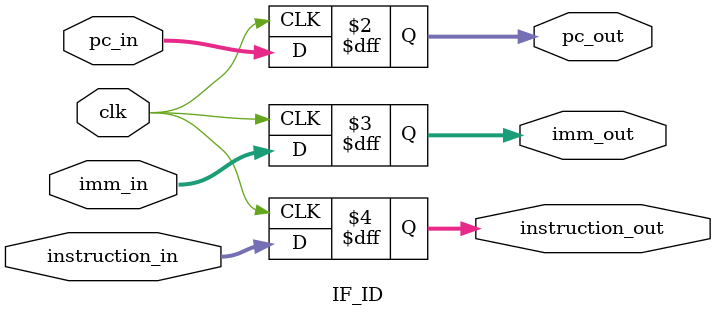
<source format=v>
module IF_ID(
    input             clk,
    input      [31:0] pc_in,
    input      [31:0] imm_in,
    input      [31:0] instruction_in,
    output reg [31:0] pc_out,
    output reg [31:0] imm_out,
    output reg [31:0] instruction_out
);
    always@(posedge clk)begin
        pc_out <= pc_in;
        imm_out <= imm_in;
        instruction_out <= instruction_in;
    end

endmodule
</source>
